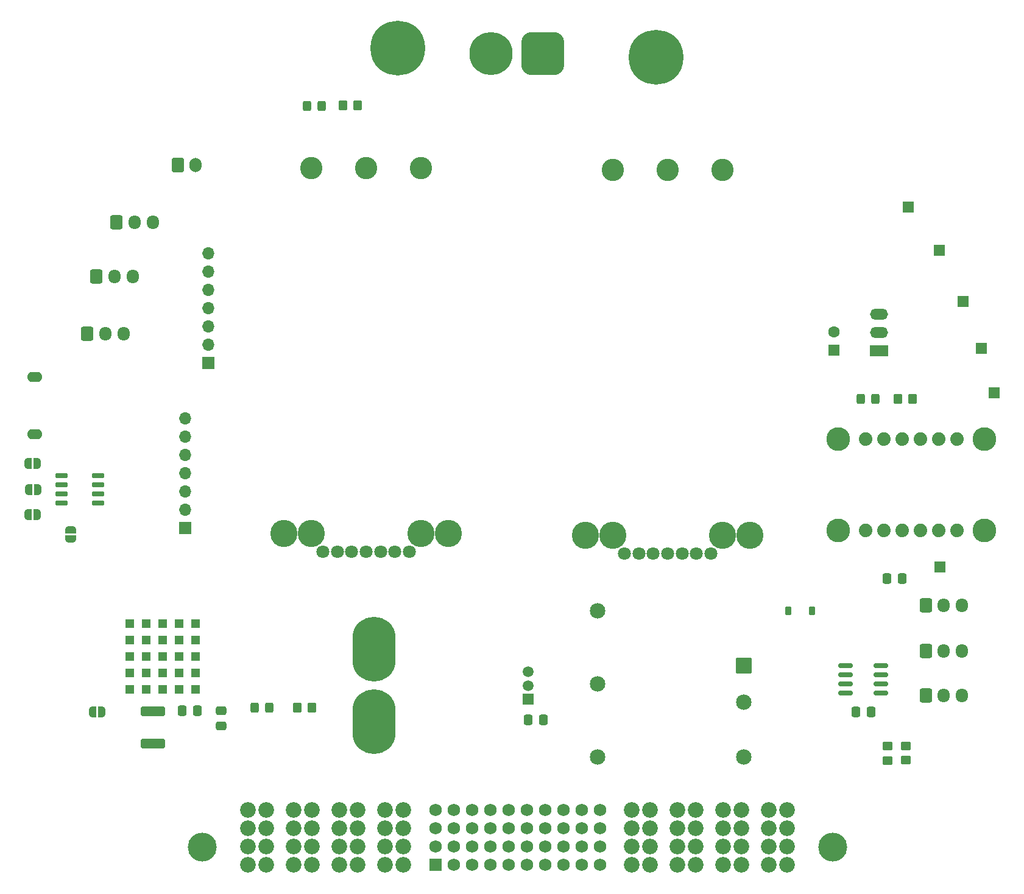
<source format=gbr>
%TF.GenerationSoftware,KiCad,Pcbnew,7.0.8*%
%TF.CreationDate,2024-05-08T13:20:20-04:00*%
%TF.ProjectId,PowerBoard_2024,506f7765-7242-46f6-9172-645f32303234,rev?*%
%TF.SameCoordinates,Original*%
%TF.FileFunction,Soldermask,Top*%
%TF.FilePolarity,Negative*%
%FSLAX46Y46*%
G04 Gerber Fmt 4.6, Leading zero omitted, Abs format (unit mm)*
G04 Created by KiCad (PCBNEW 7.0.8) date 2024-05-08 13:20:20*
%MOMM*%
%LPD*%
G01*
G04 APERTURE LIST*
G04 Aperture macros list*
%AMRoundRect*
0 Rectangle with rounded corners*
0 $1 Rounding radius*
0 $2 $3 $4 $5 $6 $7 $8 $9 X,Y pos of 4 corners*
0 Add a 4 corners polygon primitive as box body*
4,1,4,$2,$3,$4,$5,$6,$7,$8,$9,$2,$3,0*
0 Add four circle primitives for the rounded corners*
1,1,$1+$1,$2,$3*
1,1,$1+$1,$4,$5*
1,1,$1+$1,$6,$7*
1,1,$1+$1,$8,$9*
0 Add four rect primitives between the rounded corners*
20,1,$1+$1,$2,$3,$4,$5,0*
20,1,$1+$1,$4,$5,$6,$7,0*
20,1,$1+$1,$6,$7,$8,$9,0*
20,1,$1+$1,$8,$9,$2,$3,0*%
%AMHorizOval*
0 Thick line with rounded ends*
0 $1 width*
0 $2 $3 position (X,Y) of the first rounded end (center of the circle)*
0 $4 $5 position (X,Y) of the second rounded end (center of the circle)*
0 Add line between two ends*
20,1,$1,$2,$3,$4,$5,0*
0 Add two circle primitives to create the rounded ends*
1,1,$1,$2,$3*
1,1,$1,$4,$5*%
%AMFreePoly0*
4,1,19,0.500000,-0.750000,0.000000,-0.750000,0.000000,-0.744911,-0.071157,-0.744911,-0.207708,-0.704816,-0.327430,-0.627875,-0.420627,-0.520320,-0.479746,-0.390866,-0.500000,-0.250000,-0.500000,0.250000,-0.479746,0.390866,-0.420627,0.520320,-0.327430,0.627875,-0.207708,0.704816,-0.071157,0.744911,0.000000,0.744911,0.000000,0.750000,0.500000,0.750000,0.500000,-0.750000,0.500000,-0.750000,
$1*%
%AMFreePoly1*
4,1,19,0.000000,0.744911,0.071157,0.744911,0.207708,0.704816,0.327430,0.627875,0.420627,0.520320,0.479746,0.390866,0.500000,0.250000,0.500000,-0.250000,0.479746,-0.390866,0.420627,-0.520320,0.327430,-0.627875,0.207708,-0.704816,0.071157,-0.744911,0.000000,-0.744911,0.000000,-0.750000,-0.500000,-0.750000,-0.500000,0.750000,0.000000,0.750000,0.000000,0.744911,0.000000,0.744911,
$1*%
G04 Aperture macros list end*
%ADD10O,1.700000X1.950000*%
%ADD11RoundRect,0.250000X-0.600000X-0.725000X0.600000X-0.725000X0.600000X0.725000X-0.600000X0.725000X0*%
%ADD12R,1.700000X1.700000*%
%ADD13O,1.700000X1.700000*%
%ADD14FreePoly0,90.000000*%
%ADD15FreePoly1,90.000000*%
%ADD16FreePoly0,180.000000*%
%ADD17FreePoly1,180.000000*%
%ADD18RoundRect,0.250000X0.475000X-0.337500X0.475000X0.337500X-0.475000X0.337500X-0.475000X-0.337500X0*%
%ADD19RoundRect,0.250000X-0.325000X-0.450000X0.325000X-0.450000X0.325000X0.450000X-0.325000X0.450000X0*%
%ADD20C,7.620000*%
%ADD21C,3.101600*%
%ADD22C,3.784600*%
%ADD23C,1.801600*%
%ADD24RoundRect,1.500000X1.500000X1.500000X-1.500000X1.500000X-1.500000X-1.500000X1.500000X-1.500000X0*%
%ADD25C,6.000000*%
%ADD26RoundRect,0.250000X0.350000X0.450000X-0.350000X0.450000X-0.350000X-0.450000X0.350000X-0.450000X0*%
%ADD27R,1.500000X1.500000*%
%ADD28FreePoly0,0.000000*%
%ADD29FreePoly1,0.000000*%
%ADD30RoundRect,0.250000X-0.450000X0.350000X-0.450000X-0.350000X0.450000X-0.350000X0.450000X0.350000X0*%
%ADD31RoundRect,0.250000X1.450000X-0.400000X1.450000X0.400000X-1.450000X0.400000X-1.450000X-0.400000X0*%
%ADD32RoundRect,0.250000X0.337500X0.475000X-0.337500X0.475000X-0.337500X-0.475000X0.337500X-0.475000X0*%
%ADD33RoundRect,0.250000X-0.600000X-0.750000X0.600000X-0.750000X0.600000X0.750000X-0.600000X0.750000X0*%
%ADD34O,1.700000X2.000000*%
%ADD35RoundRect,0.250000X-0.337500X-0.475000X0.337500X-0.475000X0.337500X0.475000X-0.337500X0.475000X0*%
%ADD36C,1.879600*%
%ADD37C,3.301600*%
%ADD38C,1.500000*%
%ADD39HorizOval,0.800000X0.000000X0.000000X0.000000X0.000000X0*%
%ADD40HorizOval,0.800000X0.000000X0.000000X0.000000X0.000000X0*%
%ADD41C,0.800000*%
%ADD42O,6.000000X9.000000*%
%ADD43C,4.010000*%
%ADD44C,2.184000*%
%ADD45RoundRect,0.102000X-0.765000X-0.765000X0.765000X-0.765000X0.765000X0.765000X-0.765000X0.765000X0*%
%ADD46C,1.734000*%
%ADD47RoundRect,0.150000X-0.825000X-0.150000X0.825000X-0.150000X0.825000X0.150000X-0.825000X0.150000X0*%
%ADD48RoundRect,0.150000X0.725000X0.150000X-0.725000X0.150000X-0.725000X-0.150000X0.725000X-0.150000X0*%
%ADD49RoundRect,0.102000X-0.975000X0.975000X-0.975000X-0.975000X0.975000X-0.975000X0.975000X0.975000X0*%
%ADD50C,2.154000*%
%ADD51RoundRect,0.102000X0.530000X-0.530000X0.530000X0.530000X-0.530000X0.530000X-0.530000X-0.530000X0*%
%ADD52RoundRect,0.225000X0.225000X0.375000X-0.225000X0.375000X-0.225000X-0.375000X0.225000X-0.375000X0*%
%ADD53R,2.500000X1.500000*%
%ADD54O,2.500000X1.500000*%
%ADD55R,1.600000X1.600000*%
%ADD56C,1.600000*%
%ADD57O,2.108200X1.422400*%
G04 APERTURE END LIST*
D10*
%TO.C,J12*%
X200707000Y-123444000D03*
X198207000Y-123444000D03*
D11*
X195707000Y-123444000D03*
%TD*%
D10*
%TO.C,J11*%
X200707000Y-117221000D03*
X198207000Y-117221000D03*
D11*
X195707000Y-117221000D03*
%TD*%
%TO.C,J10*%
X195707000Y-110855000D03*
D10*
X198207000Y-110855000D03*
X200707000Y-110855000D03*
%TD*%
D11*
%TO.C,J9*%
X83265000Y-57658000D03*
D10*
X85765000Y-57658000D03*
X88265000Y-57658000D03*
%TD*%
D11*
%TO.C,J8*%
X79201000Y-73152000D03*
D10*
X81701000Y-73152000D03*
X84201000Y-73152000D03*
%TD*%
D11*
%TO.C,J7*%
X80471000Y-65151000D03*
D10*
X82971000Y-65151000D03*
X85471000Y-65151000D03*
%TD*%
D12*
%TO.C,J5*%
X96012000Y-77216000D03*
D13*
X96012000Y-74676000D03*
X96012000Y-72136000D03*
X96012000Y-69596000D03*
X96012000Y-67056000D03*
X96012000Y-64516000D03*
X96012000Y-61976000D03*
%TD*%
D14*
%TO.C,JP6*%
X76835000Y-101672800D03*
D15*
X76835000Y-100372800D03*
%TD*%
D16*
%TO.C,JP8*%
X81233800Y-125715800D03*
D17*
X79933800Y-125715800D03*
%TD*%
D18*
%TO.C,C7*%
X97815400Y-127616900D03*
X97815400Y-125541900D03*
%TD*%
D19*
%TO.C,D3*%
X186706400Y-82180200D03*
X188756400Y-82180200D03*
%TD*%
D20*
%TO.C,TP11*%
X158216600Y-34733000D03*
%TD*%
D21*
%TO.C,BMR1*%
X167477200Y-50379400D03*
X159857200Y-50379400D03*
X152237200Y-50379400D03*
D22*
X148427200Y-101179400D03*
X152237200Y-101179400D03*
X167477200Y-101179400D03*
X171287200Y-101179400D03*
D23*
X153857200Y-103719400D03*
X155857200Y-103719400D03*
X157857200Y-103719400D03*
X159857200Y-103719400D03*
X161857200Y-103719400D03*
X163857200Y-103719400D03*
X165857200Y-103719400D03*
%TD*%
D21*
%TO.C,BMR2*%
X125567200Y-50074600D03*
X117947200Y-50074600D03*
X110327200Y-50074600D03*
D22*
X106517200Y-100874600D03*
X110327200Y-100874600D03*
X125567200Y-100874600D03*
X129377200Y-100874600D03*
D23*
X111947200Y-103414600D03*
X113947200Y-103414600D03*
X115947200Y-103414600D03*
X117947200Y-103414600D03*
X119947200Y-103414600D03*
X121947200Y-103414600D03*
X123947200Y-103414600D03*
%TD*%
D19*
%TO.C,D1*%
X109693600Y-41438600D03*
X111743600Y-41438600D03*
%TD*%
D24*
%TO.C,J2*%
X142531200Y-34199600D03*
D25*
X135331200Y-34199600D03*
%TD*%
D26*
%TO.C,R4*%
X110381800Y-125106200D03*
X108381800Y-125106200D03*
%TD*%
D27*
%TO.C,TP2*%
X203428600Y-75169800D03*
%TD*%
D28*
%TO.C,JP5*%
X70942200Y-91136600D03*
D29*
X72242200Y-91136600D03*
%TD*%
D30*
%TO.C,R1*%
X190449200Y-130465600D03*
X190449200Y-132465600D03*
%TD*%
D31*
%TO.C,FB1*%
X88315800Y-130074400D03*
X88315800Y-125624400D03*
%TD*%
D28*
%TO.C,JP3*%
X70942200Y-98236600D03*
D29*
X72242200Y-98236600D03*
%TD*%
D12*
%TO.C,J3*%
X92786200Y-100112600D03*
D13*
X92786200Y-97572600D03*
X92786200Y-95032600D03*
X92786200Y-92492600D03*
X92786200Y-89952600D03*
X92786200Y-87412600D03*
X92786200Y-84872600D03*
%TD*%
D32*
%TO.C,C2*%
X188123700Y-125715800D03*
X186048700Y-125715800D03*
%TD*%
D26*
%TO.C,R5*%
X193873400Y-82205600D03*
X191873400Y-82205600D03*
%TD*%
D27*
%TO.C,TP5*%
X193268600Y-55561000D03*
%TD*%
D33*
%TO.C,J6*%
X91770200Y-49693600D03*
D34*
X94270200Y-49693600D03*
%TD*%
D27*
%TO.C,TP1*%
X205257400Y-81316600D03*
%TD*%
D20*
%TO.C,TP9*%
X122351800Y-33463000D03*
%TD*%
D32*
%TO.C,C3*%
X192426500Y-107173800D03*
X190351500Y-107173800D03*
%TD*%
D26*
%TO.C,R3*%
X116754800Y-41387800D03*
X114754800Y-41387800D03*
%TD*%
D35*
%TO.C,C1*%
X140487400Y-126833400D03*
X142562400Y-126833400D03*
%TD*%
D36*
%TO.C,ADS1*%
X200025000Y-87768200D03*
X197485000Y-87768200D03*
X194945000Y-87768200D03*
X192405000Y-87768200D03*
X189865000Y-87768200D03*
X187325000Y-87768200D03*
X189865000Y-100468200D03*
X192405000Y-100468200D03*
X194945000Y-100468200D03*
X197485000Y-100468200D03*
X200025000Y-100468200D03*
X187325000Y-100468200D03*
D37*
X203835000Y-100468200D03*
X203835000Y-87768200D03*
X183515000Y-100468200D03*
X183515000Y-87768200D03*
%TD*%
D27*
%TO.C,U1*%
X140466200Y-123938600D03*
D38*
X140466200Y-122028600D03*
X140466200Y-120118600D03*
D39*
X118436200Y-120978600D03*
D40*
X119696200Y-120978600D03*
D41*
X117406200Y-120228600D03*
X120726200Y-120228600D03*
X117016200Y-119028600D03*
X121116200Y-119028600D03*
X117016200Y-117698600D03*
X121116200Y-117698600D03*
D42*
X119066200Y-117028600D03*
D41*
X117016200Y-116358600D03*
X121116200Y-116358600D03*
X117016200Y-115028600D03*
X121116200Y-115028600D03*
X117406200Y-113828600D03*
X120726200Y-113828600D03*
X118436200Y-113078600D03*
X119696200Y-113078600D03*
X118436200Y-130978600D03*
X119696200Y-130978600D03*
X117406200Y-130228600D03*
X120726200Y-130228600D03*
X117016200Y-129028600D03*
X121116200Y-129028600D03*
X117016200Y-127698600D03*
X121116200Y-127698600D03*
D42*
X119066200Y-127028600D03*
D41*
X117016200Y-126358600D03*
X121116200Y-126358600D03*
X117016200Y-125028600D03*
X121116200Y-125028600D03*
X117406200Y-123828600D03*
X120726200Y-123828600D03*
D40*
X118436200Y-123078600D03*
D39*
X119696200Y-123078600D03*
%TD*%
D30*
%TO.C,R2*%
X192938400Y-130414800D03*
X192938400Y-132414800D03*
%TD*%
D35*
%TO.C,C6*%
X92409100Y-125563400D03*
X94484100Y-125563400D03*
%TD*%
D43*
%TO.C,J1*%
X95189000Y-144502200D03*
X182819000Y-144502200D03*
D44*
X101539000Y-139352200D03*
X101539000Y-141892200D03*
X101539000Y-144432200D03*
X101539000Y-146972200D03*
X104079000Y-139352200D03*
X104079000Y-141892200D03*
X104079000Y-144432200D03*
X104079000Y-146972200D03*
X107889000Y-139352200D03*
X107889000Y-141892200D03*
X107889000Y-144432200D03*
X107889000Y-146972200D03*
X110429000Y-139352200D03*
X110429000Y-141892200D03*
X110429000Y-144432200D03*
X110429000Y-146972200D03*
X114239000Y-139352200D03*
X114239000Y-141892200D03*
X114239000Y-144432200D03*
X114239000Y-146972200D03*
X116779000Y-139352200D03*
X116779000Y-141892200D03*
X116779000Y-144432200D03*
X116779000Y-146972200D03*
X120589000Y-139352200D03*
X120589000Y-141892200D03*
X120589000Y-144432200D03*
X120589000Y-146972200D03*
X123129000Y-139352200D03*
X123129000Y-141892200D03*
X123129000Y-144432200D03*
X123129000Y-146972200D03*
X154879000Y-139352200D03*
X154879000Y-141892200D03*
X154879000Y-144432200D03*
X154879000Y-146972200D03*
X157419000Y-139352200D03*
X157419000Y-141892200D03*
X157419000Y-144432200D03*
X157419000Y-146972200D03*
X161229000Y-139352200D03*
X161229000Y-141892200D03*
X161229000Y-144432200D03*
X161229000Y-146972200D03*
X163769000Y-139352200D03*
X163769000Y-141892200D03*
X163769000Y-144432200D03*
X163769000Y-146972200D03*
X167579000Y-139352200D03*
X167579000Y-141892200D03*
X167579000Y-144432200D03*
X167579000Y-146972200D03*
X170119000Y-139352200D03*
X170119000Y-141892200D03*
X170119000Y-144432200D03*
X170119000Y-146972200D03*
X173929000Y-139352200D03*
X173929000Y-141892200D03*
X173929000Y-144432200D03*
X173929000Y-146972200D03*
X176469000Y-139352200D03*
X176469000Y-141892200D03*
X176469000Y-144432200D03*
X176469000Y-146972200D03*
D45*
X127574000Y-146972200D03*
D46*
X127574000Y-144432200D03*
X127574000Y-141892200D03*
X127574000Y-139352200D03*
X130114000Y-146972200D03*
X130114000Y-144432200D03*
X130114000Y-141892200D03*
X130114000Y-139352200D03*
X132654000Y-146972200D03*
X132654000Y-144432200D03*
X132654000Y-141892200D03*
X132654000Y-139352200D03*
X135194000Y-146972200D03*
X135194000Y-144432200D03*
X135194000Y-141892200D03*
X135194000Y-139352200D03*
X137734000Y-146972200D03*
X137734000Y-144432200D03*
X137734000Y-141892200D03*
X137734000Y-139352200D03*
X140274000Y-146972200D03*
X140274000Y-144432200D03*
X140274000Y-141892200D03*
X140274000Y-139352200D03*
X142814000Y-146972200D03*
X142814000Y-144432200D03*
X142814000Y-141892200D03*
X142814000Y-139352200D03*
X145354000Y-146972200D03*
X145354000Y-144432200D03*
X145354000Y-141892200D03*
X145354000Y-139352200D03*
X147894000Y-146972200D03*
X147894000Y-144432200D03*
X147894000Y-141892200D03*
X147894000Y-139352200D03*
X150434000Y-146972200D03*
X150434000Y-144432200D03*
X150434000Y-141892200D03*
X150434000Y-139352200D03*
%TD*%
D28*
%TO.C,JP4*%
X70999200Y-94778600D03*
D29*
X72299200Y-94778600D03*
%TD*%
D47*
%TO.C,U2*%
X184545200Y-119238800D03*
X184545200Y-120508800D03*
X184545200Y-121778800D03*
X184545200Y-123048800D03*
X189495200Y-123048800D03*
X189495200Y-121778800D03*
X189495200Y-120508800D03*
X189495200Y-119238800D03*
%TD*%
D19*
%TO.C,D2*%
X102445600Y-125131600D03*
X104495600Y-125131600D03*
%TD*%
D48*
%TO.C,U5*%
X80721200Y-96683600D03*
X80721200Y-95413600D03*
X80721200Y-94143600D03*
X80721200Y-92873600D03*
X75571200Y-92873600D03*
X75571200Y-94143600D03*
X75571200Y-95413600D03*
X75571200Y-96683600D03*
%TD*%
D27*
%TO.C,TP3*%
X200888600Y-68616600D03*
%TD*%
%TO.C,TP4*%
X197586600Y-61555400D03*
%TD*%
D49*
%TO.C,PS1*%
X170397800Y-119304200D03*
D50*
X170397800Y-124384200D03*
X150077800Y-111644200D03*
X150077800Y-121804200D03*
X150077800Y-131964200D03*
X170397800Y-132004200D03*
%TD*%
D27*
%TO.C,TP7*%
X197670149Y-105548200D03*
%TD*%
D51*
%TO.C,PS2*%
X85099400Y-122578200D03*
X85099400Y-120288200D03*
X85099400Y-117998200D03*
X85099400Y-115708200D03*
X85099400Y-113418200D03*
X87389400Y-122578200D03*
X87389400Y-120288200D03*
X87389400Y-117998200D03*
X87389400Y-115708200D03*
X87389400Y-113418200D03*
X89679400Y-122578200D03*
X89679400Y-120288200D03*
X89679400Y-117998200D03*
X89679400Y-115708200D03*
X89679400Y-113418200D03*
X91969400Y-122578200D03*
X91969400Y-120288200D03*
X91969400Y-117998200D03*
X91969400Y-115708200D03*
X91969400Y-113418200D03*
X94259400Y-122578200D03*
X94259400Y-120288200D03*
X94259400Y-117998200D03*
X94259400Y-115708200D03*
X94259400Y-113418200D03*
%TD*%
D52*
%TO.C,D5*%
X179881800Y-111695000D03*
X176581800Y-111695000D03*
%TD*%
D53*
%TO.C,U6*%
X189204600Y-75462300D03*
D54*
X189204600Y-72922300D03*
X189204600Y-70382300D03*
%TD*%
D55*
%TO.C,C15*%
X182956200Y-75379925D03*
D56*
X182956200Y-72879925D03*
%TD*%
D57*
%TO.C,J4*%
X71907400Y-87076300D03*
X71907400Y-79176300D03*
%TD*%
M02*

</source>
